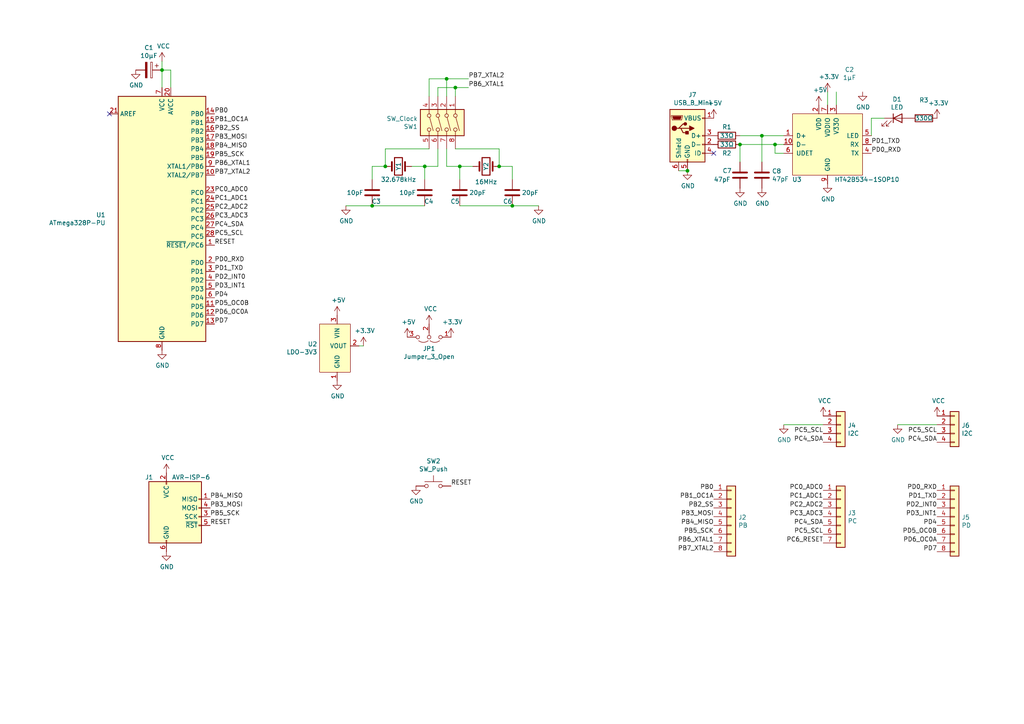
<source format=kicad_sch>
(kicad_sch (version 20230121) (generator eeschema)
  (paper "A4")
  (lib_symbols
    (symbol "Connector:AVR-ISP-6" (pin_names (offset 1.016))
      (property "Reference" "J" (at -6.35 11.43 0))
      (property "Value" "AVR-ISP-6" (at 0 11.43 0))
      (symbol "AVR-ISP-6_0_1"
        (rectangle (start -2.667 -6.858) (end -2.413 -7.62))
        (rectangle (start -2.667 10.16) (end -2.413 9.398))
        (rectangle (start 7.62 -2.413) (end 6.858 -2.667))
        (rectangle (start 7.62 0.127) (end 6.858 -0.127))
        (rectangle (start 7.62 2.667) (end 6.858 2.413))
        (rectangle (start 7.62 5.207) (end 6.858 4.953))
        (rectangle (start 7.62 10.16) (end -7.62 -7.62) (stroke (width 0.254)) (fill (type background)))
      )
      (symbol "AVR-ISP-6_1_1"
        (pin passive line (at 10.16 5.08 180) (length 2.54) (name "MISO") (number "1"))
        (pin passive line (at -2.54 12.7 270) (length 2.54) (name "VCC") (number "2"))
        (pin passive line (at 10.16 0 180) (length 2.54) (name "SCK") (number "3"))
        (pin passive line (at 10.16 2.54 180) (length 2.54) (name "MOSI") (number "4"))
        (pin passive line (at 10.16 -2.54 180) (length 2.54) (name "~{RST}") (number "5"))
        (pin passive line (at -2.54 -10.16 90) (length 2.54) (name "GND") (number "6"))
      )
    )
    (symbol "Connector:USB_B_Mini" (pin_names (offset 1.016))
      (property "Reference" "J" (at -5.08 11.43 0))
      (property "Value" "USB_B_Mini" (at -5.08 8.89 0))
      (symbol "USB_B_Mini_0_1"
        (rectangle (start -5.08 -7.62) (end 5.08 7.62) (stroke (width 0.254)) (fill (type background)))
        (circle (center -3.81 2.159) (radius 0.635) (stroke (width 0.254)) (fill (type outline)))
        (circle (center -0.635 3.429) (radius 0.381) (stroke (width 0.254)) (fill (type outline)))
        (rectangle (start -0.127 -7.62) (end 0.127 -6.858))
        (polyline (pts (xy -1.905 2.159) (xy 0.635 2.159)) (stroke (width 0.254)))
        (polyline (pts (xy -3.175 2.159) (xy -2.54 2.159) (xy -1.27 3.429) (xy -0.635 3.429)) (stroke (width 0.254)))
        (polyline (pts (xy -2.54 2.159) (xy -1.905 2.159) (xy -1.27 0.889) (xy 0 0.889)) (stroke (width 0.254)))
        (polyline (pts (xy 0.635 2.794) (xy 0.635 1.524) (xy 1.905 2.159) (xy 0.635 2.794)) (stroke (width 0.254)) (fill (type outline)))
        (polyline (pts (xy -4.318 5.588) (xy -1.778 5.588) (xy -2.032 4.826) (xy -4.064 4.826) (xy -4.318 5.588)) (fill (type outline)))
        (polyline (pts (xy -4.699 5.842) (xy -4.699 5.588) (xy -4.445 4.826) (xy -4.445 4.572) (xy -1.651 4.572) (xy -1.651 4.826) (xy -1.397 5.588) (xy -1.397 5.842) (xy -4.699 5.842)))
        (rectangle (start 0.254 1.27) (end -0.508 0.508) (stroke (width 0.254)) (fill (type outline)))
        (rectangle (start 5.08 -5.207) (end 4.318 -4.953))
        (rectangle (start 5.08 -2.667) (end 4.318 -2.413))
        (rectangle (start 5.08 -0.127) (end 4.318 0.127))
        (rectangle (start 5.08 4.953) (end 4.318 5.207))
      )
      (symbol "USB_B_Mini_1_1"
        (pin power_out line (at 7.62 5.08 180) (length 2.54) (name "VBUS") (number "1"))
        (pin bidirectional line (at 7.62 -2.54 180) (length 2.54) (name "D-") (number "2"))
        (pin bidirectional line (at 7.62 0 180) (length 2.54) (name "D+") (number "3"))
        (pin passive line (at 7.62 -5.08 180) (length 2.54) (name "ID") (number "4"))
        (pin power_out line (at 0 -10.16 90) (length 2.54) (name "GND") (number "5"))
        (pin passive line (at -2.54 -10.16 90) (length 2.54) (name "Shield") (number "6"))
      )
    )
    (symbol "Connector_Generic:Conn_01x04" (pin_names (offset 1.016) hide)
      (property "Reference" "J" (at 0 5.08 0))
      (property "Value" "Conn_01x04" (at 0 -7.62 0))
      (symbol "Conn_01x04_1_1"
        (rectangle (start -1.27 -4.953) (end 0 -5.207) (stroke (width 0.1524)))
        (rectangle (start -1.27 -2.413) (end 0 -2.667) (stroke (width 0.1524)))
        (rectangle (start -1.27 0.127) (end 0 -0.127) (stroke (width 0.1524)))
        (rectangle (start -1.27 2.667) (end 0 2.413) (stroke (width 0.1524)))
        (rectangle (start -1.27 3.81) (end 1.27 -6.35) (stroke (width 0.254)) (fill (type background)))
        (pin passive line (at -5.08 2.54 0) (length 3.81) (name "Pin_1") (number "1"))
        (pin passive line (at -5.08 0 0) (length 3.81) (name "Pin_2") (number "2"))
        (pin passive line (at -5.08 -2.54 0) (length 3.81) (name "Pin_3") (number "3"))
        (pin passive line (at -5.08 -5.08 0) (length 3.81) (name "Pin_4") (number "4"))
      )
    )
    (symbol "Connector_Generic:Conn_01x07" (pin_names (offset 1.016) hide)
      (property "Reference" "J" (at 0 10.16 0))
      (property "Value" "Conn_01x07" (at 0 -10.16 0))
      (symbol "Conn_01x07_1_1"
        (rectangle (start -1.27 -7.493) (end 0 -7.747) (stroke (width 0.1524)))
        (rectangle (start -1.27 -4.953) (end 0 -5.207) (stroke (width 0.1524)))
        (rectangle (start -1.27 -2.413) (end 0 -2.667) (stroke (width 0.1524)))
        (rectangle (start -1.27 0.127) (end 0 -0.127) (stroke (width 0.1524)))
        (rectangle (start -1.27 2.667) (end 0 2.413) (stroke (width 0.1524)))
        (rectangle (start -1.27 5.207) (end 0 4.953) (stroke (width 0.1524)))
        (rectangle (start -1.27 7.747) (end 0 7.493) (stroke (width 0.1524)))
        (rectangle (start -1.27 8.89) (end 1.27 -8.89) (stroke (width 0.254)) (fill (type background)))
        (pin passive line (at -5.08 7.62 0) (length 3.81) (name "Pin_1") (number "1"))
        (pin passive line (at -5.08 5.08 0) (length 3.81) (name "Pin_2") (number "2"))
        (pin passive line (at -5.08 2.54 0) (length 3.81) (name "Pin_3") (number "3"))
        (pin passive line (at -5.08 0 0) (length 3.81) (name "Pin_4") (number "4"))
        (pin passive line (at -5.08 -2.54 0) (length 3.81) (name "Pin_5") (number "5"))
        (pin passive line (at -5.08 -5.08 0) (length 3.81) (name "Pin_6") (number "6"))
        (pin passive line (at -5.08 -7.62 0) (length 3.81) (name "Pin_7") (number "7"))
      )
    )
    (symbol "Connector_Generic:Conn_01x08" (pin_names (offset 1.016) hide)
      (property "Reference" "J" (at 0 10.16 0))
      (property "Value" "Conn_01x08" (at 0 -12.7 0))
      (symbol "Conn_01x08_1_1"
        (rectangle (start -1.27 -10.033) (end 0 -10.287) (stroke (width 0.1524)))
        (rectangle (start -1.27 -7.493) (end 0 -7.747) (stroke (width 0.1524)))
        (rectangle (start -1.27 -4.953) (end 0 -5.207) (stroke (width 0.1524)))
        (rectangle (start -1.27 -2.413) (end 0 -2.667) (stroke (width 0.1524)))
        (rectangle (start -1.27 0.127) (end 0 -0.127) (stroke (width 0.1524)))
        (rectangle (start -1.27 2.667) (end 0 2.413) (stroke (width 0.1524)))
        (rectangle (start -1.27 5.207) (end 0 4.953) (stroke (width 0.1524)))
        (rectangle (start -1.27 7.747) (end 0 7.493) (stroke (width 0.1524)))
        (rectangle (start -1.27 8.89) (end 1.27 -11.43) (stroke (width 0.254)) (fill (type background)))
        (pin passive line (at -5.08 7.62 0) (length 3.81) (name "Pin_1") (number "1"))
        (pin passive line (at -5.08 5.08 0) (length 3.81) (name "Pin_2") (number "2"))
        (pin passive line (at -5.08 2.54 0) (length 3.81) (name "Pin_3") (number "3"))
        (pin passive line (at -5.08 0 0) (length 3.81) (name "Pin_4") (number "4"))
        (pin passive line (at -5.08 -2.54 0) (length 3.81) (name "Pin_5") (number "5"))
        (pin passive line (at -5.08 -5.08 0) (length 3.81) (name "Pin_6") (number "6"))
        (pin passive line (at -5.08 -7.62 0) (length 3.81) (name "Pin_7") (number "7"))
        (pin passive line (at -5.08 -10.16 0) (length 3.81) (name "Pin_8") (number "8"))
      )
    )
    (symbol "Device:C" (pin_numbers hide) (pin_names (offset 0.254))
      (property "Reference" "C" (at 0.635 2.54 0))
      (property "Value" "C" (at 0.635 -2.54 0))
      (symbol "C_0_1"
        (polyline (pts (xy -2.032 -0.762) (xy 2.032 -0.762)) (stroke (width 0.508)))
        (polyline (pts (xy -2.032 0.762) (xy 2.032 0.762)) (stroke (width 0.508)))
      )
      (symbol "C_1_1"
        (pin passive line (at 0 3.81 270) (length 2.794) (name "~") (number "1"))
        (pin passive line (at 0 -3.81 90) (length 2.794) (name "~") (number "2"))
      )
    )
    (symbol "Device:C_Polarized" (pin_numbers hide) (pin_names (offset 0.254))
      (property "Reference" "C" (at 0.635 2.54 0))
      (property "Value" "C_Polarized" (at 0.635 -2.54 0))
      (symbol "C_Polarized_0_1"
        (rectangle (start -2.286 0.508) (end 2.286 1.016))
        (polyline (pts (xy -1.778 2.286) (xy -0.762 2.286)))
        (polyline (pts (xy -1.27 2.794) (xy -1.27 1.778)))
        (rectangle (start 2.286 -0.508) (end -2.286 -1.016) (fill (type outline)))
      )
      (symbol "C_Polarized_1_1"
        (pin passive line (at 0 3.81 270) (length 2.794) (name "~") (number "1"))
        (pin passive line (at 0 -3.81 90) (length 2.794) (name "~") (number "2"))
      )
    )
    (symbol "Device:Crystal" (pin_numbers hide) (pin_names (offset 1.016) hide)
      (property "Reference" "Y" (at 0 3.81 0))
      (property "Value" "Crystal" (at 0 -3.81 0))
      (symbol "Crystal_0_1"
        (rectangle (start -1.143 2.54) (end 1.143 -2.54) (stroke (width 0.3048)))
        (polyline (pts (xy -2.54 0) (xy -1.905 0)))
        (polyline (pts (xy -1.905 -1.27) (xy -1.905 1.27)) (stroke (width 0.508)))
        (polyline (pts (xy 1.905 -1.27) (xy 1.905 1.27)) (stroke (width 0.508)))
        (polyline (pts (xy 2.54 0) (xy 1.905 0)))
      )
      (symbol "Crystal_1_1"
        (pin passive line (at -3.81 0 0) (length 1.27) (name "1") (number "1"))
        (pin passive line (at 3.81 0 180) (length 1.27) (name "2") (number "2"))
      )
    )
    (symbol "Device:LED" (pin_numbers hide) (pin_names (offset 1.016) hide)
      (property "Reference" "D" (at 0 2.54 0))
      (property "Value" "LED" (at 0 -2.54 0))
      (symbol "LED_0_1"
        (polyline (pts (xy -1.27 -1.27) (xy -1.27 1.27)) (stroke (width 0.254)))
        (polyline (pts (xy -1.27 0) (xy 1.27 0)))
        (polyline (pts (xy 1.27 -1.27) (xy 1.27 1.27) (xy -1.27 0) (xy 1.27 -1.27)) (stroke (width 0.254)))
        (polyline (pts (xy -3.048 -0.762) (xy -4.572 -2.286) (xy -3.81 -2.286) (xy -4.572 -2.286) (xy -4.572 -1.524)))
        (polyline (pts (xy -1.778 -0.762) (xy -3.302 -2.286) (xy -2.54 -2.286) (xy -3.302 -2.286) (xy -3.302 -1.524)))
      )
      (symbol "LED_1_1"
        (pin passive line (at -3.81 0 0) (length 2.54) (name "K") (number "1"))
        (pin passive line (at 3.81 0 180) (length 2.54) (name "A") (number "2"))
      )
    )
    (symbol "Device:R" (pin_numbers hide) (pin_names (offset 0))
      (property "Reference" "R" (at 2.032 0 90))
      (property "Value" "R" (at 0 0 90))
      (symbol "R_0_1"
        (rectangle (start -1.016 -2.54) (end 1.016 2.54) (stroke (width 0.254)))
      )
      (symbol "R_1_1"
        (pin passive line (at 0 3.81 270) (length 1.27) (name "~") (number "1"))
        (pin passive line (at 0 -3.81 90) (length 1.27) (name "~") (number "2"))
      )
    )
    (symbol "Jumper:Jumper_3_Open" (pin_names (offset 0) hide)
      (property "Reference" "JP" (at -2.54 -2.54 0))
      (property "Value" "Jumper_3_Open" (at 0 2.794 0))
      (symbol "Jumper_3_Open_0_0"
        (circle (center -3.302 0) (radius 0.508))
        (circle (center 0 0) (radius 0.508))
        (circle (center 3.302 0) (radius 0.508))
      )
      (symbol "Jumper_3_Open_0_1"
        (arc (start -0.254 1.016) (mid -1.651 1.4992) (end -3.048 1.016))
        (polyline (pts (xy 0 -0.508) (xy 0 -1.27)))
        (arc (start 3.048 1.016) (mid 1.651 1.4992) (end 0.254 1.016))
      )
      (symbol "Jumper_3_Open_1_1"
        (pin passive line (at -6.35 0 0) (length 2.54) (name "A") (number "1"))
        (pin passive line (at 0 -3.81 90) (length 2.54) (name "C") (number "2"))
        (pin passive line (at 6.35 0 180) (length 2.54) (name "B") (number "3"))
      )
    )
    (symbol "MCU_Microchip_ATmega:ATmega328P-P"
      (property "Reference" "U" (at -12.7 36.83 0))
      (property "Value" "ATmega328P-P" (at 2.54 -36.83 0))
      (symbol "ATmega328P-P_0_1"
        (rectangle (start -12.7 -35.56) (end 12.7 35.56) (stroke (width 0.254)) (fill (type background)))
      )
      (symbol "ATmega328P-P_1_1"
        (pin bidirectional line (at 15.24 -7.62 180) (length 2.54) (name "~{RESET}/PC6") (number "1"))
        (pin bidirectional line (at 15.24 12.7 180) (length 2.54) (name "XTAL2/PB7") (number "10"))
        (pin bidirectional line (at 15.24 -25.4 180) (length 2.54) (name "PD5") (number "11"))
        (pin bidirectional line (at 15.24 -27.94 180) (length 2.54) (name "PD6") (number "12"))
        (pin bidirectional line (at 15.24 -30.48 180) (length 2.54) (name "PD7") (number "13"))
        (pin bidirectional line (at 15.24 30.48 180) (length 2.54) (name "PB0") (number "14"))
        (pin bidirectional line (at 15.24 27.94 180) (length 2.54) (name "PB1") (number "15"))
        (pin bidirectional line (at 15.24 25.4 180) (length 2.54) (name "PB2") (number "16"))
        (pin bidirectional line (at 15.24 22.86 180) (length 2.54) (name "PB3") (number "17"))
        (pin bidirectional line (at 15.24 20.32 180) (length 2.54) (name "PB4") (number "18"))
        (pin bidirectional line (at 15.24 17.78 180) (length 2.54) (name "PB5") (number "19"))
        (pin bidirectional line (at 15.24 -12.7 180) (length 2.54) (name "PD0") (number "2"))
        (pin power_in line (at 2.54 38.1 270) (length 2.54) (name "AVCC") (number "20"))
        (pin passive line (at -15.24 30.48 0) (length 2.54) (name "AREF") (number "21"))
        (pin passive line (at 0 -38.1 90) (length 2.54) hide (name "GND") (number "22"))
        (pin bidirectional line (at 15.24 7.62 180) (length 2.54) (name "PC0") (number "23"))
        (pin bidirectional line (at 15.24 5.08 180) (length 2.54) (name "PC1") (number "24"))
        (pin bidirectional line (at 15.24 2.54 180) (length 2.54) (name "PC2") (number "25"))
        (pin bidirectional line (at 15.24 0 180) (length 2.54) (name "PC3") (number "26"))
        (pin bidirectional line (at 15.24 -2.54 180) (length 2.54) (name "PC4") (number "27"))
        (pin bidirectional line (at 15.24 -5.08 180) (length 2.54) (name "PC5") (number "28"))
        (pin bidirectional line (at 15.24 -15.24 180) (length 2.54) (name "PD1") (number "3"))
        (pin bidirectional line (at 15.24 -17.78 180) (length 2.54) (name "PD2") (number "4"))
        (pin bidirectional line (at 15.24 -20.32 180) (length 2.54) (name "PD3") (number "5"))
        (pin bidirectional line (at 15.24 -22.86 180) (length 2.54) (name "PD4") (number "6"))
        (pin power_in line (at 0 38.1 270) (length 2.54) (name "VCC") (number "7"))
        (pin power_in line (at 0 -38.1 90) (length 2.54) (name "GND") (number "8"))
        (pin bidirectional line (at 15.24 15.24 180) (length 2.54) (name "XTAL1/PB6") (number "9"))
      )
    )
    (symbol "Switch:SW_DIP_x04" (pin_names (offset 0) hide)
      (property "Reference" "SW" (at 0 8.89 0))
      (property "Value" "SW_DIP_x04" (at 0 -6.35 0))
      (symbol "SW_DIP_x04_0_0"
        (circle (center -2.032 -2.54) (radius 0.508))
        (circle (center -2.032 0) (radius 0.508))
        (circle (center -2.032 2.54) (radius 0.508))
        (circle (center -2.032 5.08) (radius 0.508))
        (polyline (pts (xy -1.524 -2.3876) (xy 2.3622 -1.3462)))
        (polyline (pts (xy -1.524 0.127) (xy 2.3622 1.1684)))
        (polyline (pts (xy -1.524 2.667) (xy 2.3622 3.7084)))
        (polyline (pts (xy -1.524 5.207) (xy 2.3622 6.2484)))
        (circle (center 2.032 -2.54) (radius 0.508))
        (circle (center 2.032 0) (radius 0.508))
        (circle (center 2.032 2.54) (radius 0.508))
        (circle (center 2.032 5.08) (radius 0.508))
      )
      (symbol "SW_DIP_x04_0_1"
        (rectangle (start -3.81 7.62) (end 3.81 -5.08) (stroke (width 0.254)) (fill (type background)))
      )
      (symbol "SW_DIP_x04_1_1"
        (pin passive line (at -7.62 5.08 0) (length 5.08) (name "~") (number "1"))
        (pin passive line (at -7.62 2.54 0) (length 5.08) (name "~") (number "2"))
        (pin passive line (at -7.62 0 0) (length 5.08) (name "~") (number "3"))
        (pin passive line (at -7.62 -2.54 0) (length 5.08) (name "~") (number "4"))
        (pin passive line (at 7.62 -2.54 180) (length 5.08) (name "~") (number "5"))
        (pin passive line (at 7.62 0 180) (length 5.08) (name "~") (number "6"))
        (pin passive line (at 7.62 2.54 180) (length 5.08) (name "~") (number "7"))
        (pin passive line (at 7.62 5.08 180) (length 5.08) (name "~") (number "8"))
      )
    )
    (symbol "Switch:SW_Push" (pin_numbers hide) (pin_names (offset 1.016) hide)
      (property "Reference" "SW" (at 1.27 2.54 0))
      (property "Value" "SW_Push" (at 0 -1.524 0))
      (symbol "SW_Push_0_1"
        (circle (center -2.032 0) (radius 0.508))
        (polyline (pts (xy 0 1.27) (xy 0 3.048)))
        (polyline (pts (xy 2.54 1.27) (xy -2.54 1.27)))
        (circle (center 2.032 0) (radius 0.508))
        (pin passive line (at -5.08 0 0) (length 2.54) (name "1") (number "1"))
        (pin passive line (at 5.08 0 180) (length 2.54) (name "2") (number "2"))
      )
    )
    (symbol "boards:HT42B534-1SOP10" (pin_names (offset 1.016))
      (property "Reference" "U" (at -8.89 10.16 0))
      (property "Value" "HT42B534-1SOP10" (at 11.43 -10.16 0))
      (symbol "HT42B534-1SOP10_0_1"
        (rectangle (start -10.16 8.89) (end 10.16 -8.89) (fill (type background)))
      )
      (symbol "HT42B534-1SOP10_1_1"
        (pin bidirectional line (at -12.7 2.54 0) (length 2.54) (name "D+") (number "1"))
        (pin bidirectional line (at -12.7 0 0) (length 2.54) (name "D-") (number "10"))
        (pin power_in line (at -2.54 11.43 270) (length 2.54) (name "VDD") (number "2"))
        (pin power_out line (at 2.54 11.43 270) (length 2.54) (name "V33O") (number "3"))
        (pin output line (at 12.7 -2.54 180) (length 2.54) (name "TX") (number "4"))
        (pin open_collector line (at 12.7 2.54 180) (length 2.54) (name "LED") (number "5"))
        (pin input line (at -12.7 -2.54 0) (length 2.54) (name "UDET") (number "6"))
        (pin power_in line (at 0 11.43 270) (length 2.54) (name "VDDIO") (number "7"))
        (pin input line (at 12.7 0 180) (length 2.54) (name "RX") (number "8"))
        (pin power_in line (at 0 -11.43 90) (length 2.54) (name "GND") (number "9"))
      )
    )
    (symbol "boards:LDO-3V3" (pin_names (offset 1.016))
      (property "Reference" "U" (at -12.7 3.81 0))
      (property "Value" "LDO-3V3" (at -3.81 3.81 0))
      (symbol "LDO-3V3_0_1"
        (rectangle (start -13.97 2.54) (end 0 -6.35) (fill (type background)))
      )
      (symbol "LDO-3V3_1_1"
        (pin power_in line (at -16.51 -2.54 0) (length 2.54) (name "GND") (number "1"))
        (pin power_out line (at -6.35 -8.89 90) (length 2.54) (name "VOUT") (number "2"))
        (pin power_in line (at 2.54 -2.54 180) (length 2.54) (name "VIN") (number "3"))
      )
    )
    (symbol "power:+3.3V" (power) (pin_names (offset 0))
      (property "Value" "+3.3V" (at 0 3.556 0))
      (symbol "+3.3V_0_1"
        (polyline (pts (xy -0.762 1.27) (xy 0 2.54)))
        (polyline (pts (xy 0 0) (xy 0 2.54)))
        (polyline (pts (xy 0 2.54) (xy 0.762 1.27)))
      )
      (symbol "+3.3V_1_1"
        (pin power_in line (at 0 0 90) (length 0) hide (name "+3.3V") (number "1"))
      )
    )
    (symbol "power:+5V" (power) (pin_names (offset 0))
      (property "Value" "+5V" (at 0 3.556 0))
      (symbol "+5V_0_1"
        (polyline (pts (xy -0.762 1.27) (xy 0 2.54)))
        (polyline (pts (xy 0 0) (xy 0 2.54)))
        (polyline (pts (xy 0 2.54) (xy 0.762 1.27)))
      )
      (symbol "+5V_1_1"
        (pin power_in line (at 0 0 90) (length 0) hide (name "+5V") (number "1"))
      )
    )
    (symbol "power:GND" (power) (pin_names (offset 0))
      (property "Value" "GND" (at 0 -3.81 0))
      (symbol "GND_0_1"
        (polyline (pts (xy 0 0) (xy 0 -1.27) (xy 1.27 -1.27) (xy 0 -2.54) (xy -1.27 -1.27) (xy 0 -1.27)))
      )
      (symbol "GND_1_1"
        (pin power_in line (at 0 0 270) (length 0) hide (name "GND") (number "1"))
      )
    )
    (symbol "power:VCC" (power) (pin_names (offset 0))
      (property "Value" "VCC" (at 0 3.81 0))
      (symbol "VCC_0_1"
        (polyline (pts (xy -0.762 1.27) (xy 0 2.54)))
        (polyline (pts (xy 0 0) (xy 0 2.54)))
        (polyline (pts (xy 0 2.54) (xy 0.762 1.27)))
      )
      (symbol "VCC_1_1"
        (pin power_in line (at 0 0 90) (length 0) hide (name "VCC") (number "1"))
      )
    )
  )
  (junction (at 144.78 48.26))
  (junction (at 148.59 59.69))
  (junction (at 214.63 41.91))
  (junction (at 224.79 41.91))
  (junction (at 132.08 25.4))
  (junction (at 220.98 39.37))
  (junction (at 111.76 48.26))
  (junction (at 199.39 49.53))
  (junction (at 129.54 22.86))
  (junction (at 123.19 48.26))
  (junction (at 133.35 48.26))
  (junction (at 46.99 20.32))
  (junction (at 107.95 59.69))
  (no_connect (at 207.01 44.45))
  (no_connect (at 31.75 33.02))
  (wire (pts (xy 132.08 27.94) (xy 132.08 25.4)))
  (wire (pts (xy 107.95 48.26) (xy 107.95 52.07)))
  (wire (pts (xy 111.76 48.26) (xy 107.95 48.26)))
  (wire (pts (xy 129.54 43.18) (xy 129.54 48.26)))
  (wire (pts (xy 105.41 100.33) (xy 104.14 100.33)))
  (wire (pts (xy 133.35 52.07) (xy 133.35 48.26)))
  (wire (pts (xy 224.79 41.91) (xy 224.79 44.45)))
  (wire (pts (xy 123.19 59.69) (xy 107.95 59.69)))
  (wire (pts (xy 220.98 39.37) (xy 220.98 46.99)))
  (wire (pts (xy 224.79 44.45) (xy 227.33 44.45)))
  (wire (pts (xy 133.35 48.26) (xy 137.16 48.26)))
  (wire (pts (xy 214.63 41.91) (xy 214.63 46.99)))
  (wire (pts (xy 132.08 43.18) (xy 144.78 43.18)))
  (wire (pts (xy 127 48.26) (xy 123.19 48.26)))
  (wire (pts (xy 240.03 26.67) (xy 240.03 30.48)))
  (wire (pts (xy 227.33 123.19) (xy 238.76 123.19)))
  (wire (pts (xy 107.95 59.69) (xy 100.33 59.69)))
  (wire (pts (xy 123.19 48.26) (xy 119.38 48.26)))
  (wire (pts (xy 129.54 48.26) (xy 133.35 48.26)))
  (wire (pts (xy 242.57 26.67) (xy 242.57 30.48)))
  (wire (pts (xy 252.73 34.29) (xy 252.73 39.37)))
  (wire (pts (xy 148.59 59.69) (xy 133.35 59.69)))
  (wire (pts (xy 132.08 25.4) (xy 127 25.4)))
  (wire (pts (xy 135.89 22.86) (xy 129.54 22.86)))
  (wire (pts (xy 260.35 123.19) (xy 271.78 123.19)))
  (wire (pts (xy 46.99 25.4) (xy 46.99 20.32)))
  (wire (pts (xy 46.99 20.32) (xy 49.53 20.32)))
  (wire (pts (xy 124.46 43.18) (xy 111.76 43.18)))
  (wire (pts (xy 111.76 43.18) (xy 111.76 48.26)))
  (wire (pts (xy 148.59 48.26) (xy 148.59 52.07)))
  (wire (pts (xy 127 25.4) (xy 127 27.94)))
  (wire (pts (xy 199.39 49.53) (xy 196.85 49.53)))
  (wire (pts (xy 220.98 39.37) (xy 227.33 39.37)))
  (wire (pts (xy 144.78 48.26) (xy 148.59 48.26)))
  (wire (pts (xy 49.53 25.4) (xy 49.53 20.32)))
  (wire (pts (xy 46.99 17.78) (xy 46.99 20.32)))
  (wire (pts (xy 224.79 41.91) (xy 214.63 41.91)))
  (wire (pts (xy 227.33 41.91) (xy 224.79 41.91)))
  (wire (pts (xy 123.19 48.26) (xy 123.19 52.07)))
  (wire (pts (xy 144.78 43.18) (xy 144.78 48.26)))
  (wire (pts (xy 124.46 22.86) (xy 124.46 27.94)))
  (wire (pts (xy 129.54 22.86) (xy 124.46 22.86)))
  (wire (pts (xy 135.89 25.4) (xy 132.08 25.4)))
  (wire (pts (xy 129.54 22.86) (xy 129.54 27.94)))
  (wire (pts (xy 214.63 39.37) (xy 220.98 39.37)))
  (wire (pts (xy 127 43.18) (xy 127 48.26)))
  (wire (pts (xy 256.54 34.29) (xy 252.73 34.29)))
  (wire (pts (xy 156.21 59.69) (xy 148.59 59.69)))
  (label "PD5_OC0B" (at 62.23 88.9 0))
  (label "PC3_ADC3" (at 62.23 63.5 0))
  (label "PD0_RXD" (at 62.23 76.2 0))
  (label "PD1_TXD" (at 252.73 41.91 0))
  (label "PB7_XTAL2" (at 135.89 22.86 0))
  (label "PC6_RESET" (at 238.76 157.48 180))
  (label "PC1_ADC1" (at 62.23 58.42 0))
  (label "PB2_SS" (at 62.23 38.1 0))
  (label "PC5_SCL" (at 238.76 125.73 180))
  (label "PB6_XTAL1" (at 135.89 25.4 0))
  (label "PC2_ADC2" (at 238.76 147.32 180))
  (label "PD0_RXD" (at 271.78 142.24 180))
  (label "PB7_XTAL2" (at 207.01 160.02 180))
  (label "PD3_INT1" (at 271.78 149.86 180))
  (label "PC5_SCL" (at 271.78 125.73 180))
  (label "RESET" (at 62.23 71.12 0))
  (label "PB2_SS" (at 207.01 147.32 180))
  (label "PD2_INT0" (at 271.78 147.32 180))
  (label "PB0" (at 62.23 33.02 0))
  (label "PB1_OC1A" (at 207.01 144.78 180))
  (label "PD1_TXD" (at 62.23 78.74 0))
  (label "PD7" (at 271.78 160.02 180))
  (label "PB3_MOSI" (at 62.23 40.64 0))
  (label "PB4_MISO" (at 62.23 43.18 0))
  (label "PB4_MISO" (at 207.01 152.4 180))
  (label "PD0_RXD" (at 252.73 44.45 0))
  (label "PD6_OC0A" (at 62.23 91.44 0))
  (label "PB3_MOSI" (at 60.96 147.32 0))
  (label "PD4" (at 271.78 152.4 180))
  (label "PB7_XTAL2" (at 62.23 50.8 0))
  (label "PC4_SDA" (at 62.23 66.04 0))
  (label "RESET" (at 60.96 152.4 0))
  (label "PB5_SCK" (at 62.23 45.72 0))
  (label "PB1_OC1A" (at 62.23 35.56 0))
  (label "PC4_SDA" (at 271.78 128.27 180))
  (label "PD1_TXD" (at 271.78 144.78 180))
  (label "PC5_SCL" (at 238.76 154.94 180))
  (label "PD6_OC0A" (at 271.78 157.48 180))
  (label "PC2_ADC2" (at 62.23 60.96 0))
  (label "PC0_ADC0" (at 62.23 55.88 0))
  (label "PB6_XTAL1" (at 207.01 157.48 180))
  (label "PD4" (at 62.23 86.36 0))
  (label "PB6_XTAL1" (at 62.23 48.26 0))
  (label "PB4_MISO" (at 60.96 144.78 0))
  (label "RESET" (at 130.81 140.97 0))
  (label "PC1_ADC1" (at 238.76 144.78 180))
  (label "PD7" (at 62.23 93.98 0))
  (label "PC4_SDA" (at 238.76 152.4 180))
  (label "PB5_SCK" (at 60.96 149.86 0))
  (label "PD5_OC0B" (at 271.78 154.94 180))
  (label "PD3_INT1" (at 62.23 83.82 0))
  (label "PC5_SCL" (at 62.23 68.58 0))
  (label "PC3_ADC3" (at 238.76 149.86 180))
  (label "PC4_SDA" (at 238.76 128.27 180))
  (label "PB0" (at 207.01 142.24 180))
  (label "PB5_SCK" (at 207.01 154.94 180))
  (label "PC0_ADC0" (at 238.76 142.24 180))
  (label "PB3_MOSI" (at 207.01 149.86 180))
  (label "PD2_INT0" (at 62.23 81.28 0))
  (symbol (lib_id "MCU_Microchip_ATmega:ATmega328P-P") (at 46.99 63.5 0) (unit 1)
    (property "Reference" "U1" (at 30.6324 62.3316 0) (effects (justify right)))
    (property "Value" "ATmega328P-PU" (at 30.6324 64.643 0) (effects (justify right)))
    (property "Footprint" "Package_DIP:DIP-28_W7.62mm" (effects hide))
    (property "Datasheet" "http://ww1.microchip.com/downloads/en/DeviceDoc/ATmega328_P%20AVR%20MCU%20with%20picoPower%20Technology%20Data%20Sheet%2040001984A.pdf" (effects hide))
  )
  (symbol (lib_id "Device:Crystal") (at 140.97 48.26 180) (unit 1)
    (property "Reference" "Y2" (at 140.97 48.26 90))
    (property "Value" "16MHz" (at 140.97 52.7558 0))
    (property "Footprint" "Crystal:Crystal_HC49-4H_Vertical" (effects hide))
  )
  (symbol (lib_id "Device:Crystal") (at 115.57 48.26 0) (unit 1)
    (property "Reference" "Y1" (at 115.57 48.26 90))
    (property "Value" "32.678kHz" (at 115.57 52.07 0))
    (property "Footprint" "Crystal:Crystal_DS10_D1.0mm_L4.3mm_Horizontal" (effects hide))
  )
  (symbol (lib_id "Switch:SW_DIP_x04") (at 127 35.56 270) (unit 1)
    (property "Reference" "SW1" (at 121.158 36.7284 90) (effects (justify right)))
    (property "Value" "SW_Clock" (at 121.158 34.417 90) (effects (justify right)))
    (property "Footprint" "Button_Switch_THT:SW_DIP_SPSTx04_Slide_9.78x12.34mm_W7.62mm_P2.54mm" (effects hide))
  )
  (symbol (lib_id "Device:C_Polarized") (at 43.18 20.32 270) (unit 1)
    (property "Reference" "C1" (at 43.18 13.843 90))
    (property "Value" "10µF" (at 43.18 16.1544 90))
    (property "Footprint" "boards:electrolytic_capacitor_10uf" (effects hide))
  )
  (symbol (lib_id "power:GND") (at 39.37 20.32 0) (unit 1)
    (property "Reference" "#PWR01" (effects hide))
    (property "Value" "GND" (at 39.497 24.7142 0))
  )
  (symbol (lib_id "Device:C") (at 133.35 55.88 180) (unit 1)
    (property "Reference" "C5" (at 133.35 58.42 0) (effects (justify left)))
    (property "Value" "20pF" (at 140.97 55.88 0) (effects (justify left)))
    (property "Footprint" "Capacitor_THT:C_Disc_D4.3mm_W1.9mm_P5.00mm" (effects hide))
  )
  (symbol (lib_id "Device:C") (at 123.19 55.88 180) (unit 1)
    (property "Reference" "C4" (at 125.73 58.42 0) (effects (justify left)))
    (property "Value" "10pF" (at 120.65 55.88 0) (effects (justify left)))
    (property "Footprint" "Capacitor_THT:C_Disc_D4.3mm_W1.9mm_P5.00mm" (effects hide))
  )
  (symbol (lib_id "Device:C") (at 107.95 55.88 180) (unit 1)
    (property "Reference" "C3" (at 110.49 58.42 0) (effects (justify left)))
    (property "Value" "10pF" (at 105.41 55.88 0) (effects (justify left)))
    (property "Footprint" "Capacitor_THT:C_Disc_D4.3mm_W1.9mm_P5.00mm" (effects hide))
  )
  (symbol (lib_id "Device:C") (at 148.59 55.88 180) (unit 1)
    (property "Reference" "C6" (at 148.59 58.42 0) (effects (justify left)))
    (property "Value" "20pF" (at 156.21 55.88 0) (effects (justify left)))
    (property "Footprint" "Capacitor_THT:C_Disc_D4.3mm_W1.9mm_P5.00mm" (effects hide))
  )
  (symbol (lib_id "power:VCC") (at 46.99 17.78 0) (unit 1)
    (property "Reference" "#PWR02" (effects hide))
    (property "Value" "VCC" (at 47.4218 13.3858 0))
  )
  (symbol (lib_id "power:GND") (at 46.99 101.6 0) (unit 1)
    (property "Reference" "#PWR03" (effects hide))
    (property "Value" "GND" (at 47.117 105.9942 0))
  )
  (symbol (lib_id "boards:LDO-3V3") (at 95.25 93.98 90) (unit 1)
    (property "Reference" "U2" (at 92.0242 99.7966 90) (effects (justify left)))
    (property "Value" "LDO-3V3" (at 92.0242 102.108 90) (effects (justify left)))
    (property "Footprint" "boards:LDO-3V3" (effects hide))
  )
  (symbol (lib_id "power:+5V") (at 97.79 91.44 0) (unit 1)
    (property "Reference" "#PWR07" (effects hide))
    (property "Value" "+5V" (at 98.171 87.0458 0))
  )
  (symbol (lib_id "power:+3.3V") (at 105.41 100.33 0) (unit 1)
    (property "Reference" "#PWR010" (effects hide))
    (property "Value" "+3.3V" (at 105.791 95.9358 0))
  )
  (symbol (lib_id "power:GND") (at 97.79 110.49 0) (unit 1)
    (property "Reference" "#PWR08" (effects hide))
    (property "Value" "GND" (at 97.917 114.8842 0))
  )
  (symbol (lib_id "Jumper:Jumper_3_Open") (at 124.46 97.79 180) (unit 1)
    (property "Reference" "JP1" (at 124.46 101.1174 0))
    (property "Value" "Jumper_3_Open" (at 124.46 103.4288 0))
    (property "Footprint" "Connector_PinHeader_2.54mm:PinHeader_1x03_P2.54mm_Vertical" (effects hide))
  )
  (symbol (lib_id "power:VCC") (at 124.46 93.98 0) (unit 1)
    (property "Reference" "#PWR012" (effects hide))
    (property "Value" "VCC" (at 124.8918 89.5858 0))
  )
  (symbol (lib_id "power:+5V") (at 118.11 97.79 0) (unit 1)
    (property "Reference" "#PWR011" (effects hide))
    (property "Value" "+5V" (at 118.491 93.3958 0))
  )
  (symbol (lib_id "power:+3.3V") (at 130.81 97.79 0) (unit 1)
    (property "Reference" "#PWR013" (effects hide))
    (property "Value" "+3.3V" (at 131.191 93.3958 0))
  )
  (symbol (lib_id "power:GND") (at 156.21 59.69 0) (unit 1)
    (property "Reference" "#PWR015" (effects hide))
    (property "Value" "GND" (at 156.337 64.0842 0))
  )
  (symbol (lib_id "Connector:USB_B_Mini") (at 199.39 39.37 0) (unit 1)
    (property "Reference" "J7" (at 200.8378 27.5082 0))
    (property "Value" "USB_B_Mini" (at 200.8378 29.8196 0))
    (property "Footprint" "boards:USB_Mini-B-Through-Hole" (effects hide))
  )
  (symbol (lib_id "power:GND") (at 100.33 59.69 0) (unit 1)
    (property "Reference" "#PWR09" (effects hide))
    (property "Value" "GND" (at 100.457 64.0842 0))
  )
  (symbol (lib_id "boards:HT42B534-1SOP10") (at 240.03 41.91 0) (unit 1)
    (property "Reference" "U3" (at 231.14 52.07 0))
    (property "Value" "HT42B534-1SOP10" (at 251.46 52.07 0))
    (property "Footprint" "boards:HT42B534-1SOP10" (effects hide))
  )
  (symbol (lib_id "power:GND") (at 240.03 53.34 0) (unit 1)
    (property "Reference" "#PWR025" (effects hide))
    (property "Value" "GND" (at 240.157 57.7342 0))
  )
  (symbol (lib_id "Device:CP") (at 246.38 26.67 90) (unit 1)
    (property "Reference" "C2" (at 246.38 20.193 90))
    (property "Value" "1µF" (at 246.38 22.5044 90))
    (property "Footprint" "boards:electrolytic_capacitor_10uf" (effects hide))
  )
  (symbol (lib_id "power:+5V") (at 207.01 34.29 0) (unit 1)
    (property "Reference" "#PWR020" (effects hide))
    (property "Value" "+5V" (at 207.391 29.8958 0))
  )
  (symbol (lib_id "power:GND") (at 199.39 49.53 0) (unit 1)
    (property "Reference" "#PWR019" (effects hide))
    (property "Value" "GND" (at 199.517 53.9242 0))
  )
  (symbol (lib_id "power:GND") (at 250.19 26.67 0) (unit 1)
    (property "Reference" "#PWR026" (effects hide))
    (property "Value" "GND" (at 250.317 31.0642 0))
  )
  (symbol (lib_id "power:+5V") (at 237.49 30.48 0) (unit 1)
    (property "Reference" "#PWR023" (effects hide))
    (property "Value" "+5V" (at 237.871 26.0858 0))
  )
  (symbol (lib_id "Connector:AVR-ISP-6") (at 50.8 149.86 0) (unit 1)
    (property "Reference" "J1" (at 44.45 138.43 0) (effects (justify right)))
    (property "Value" "AVR-ISP-6" (at 60.96 138.43 0) (effects (justify right)))
    (property "Footprint" "Connector_PinHeader_2.54mm:PinHeader_2x03_P2.54mm_Vertical" (effects hide))
    (property "Datasheet" " ~" (effects hide))
  )
  (symbol (lib_id "power:+3.3V") (at 240.03 26.67 0) (unit 1)
    (property "Reference" "#PWR024" (effects hide))
    (property "Value" "+3.3V" (at 240.411 22.2758 0))
  )
  (symbol (lib_id "Device:R") (at 210.82 39.37 90) (unit 1)
    (property "Reference" "R1" (at 210.82 36.83 90))
    (property "Value" "33Ω" (at 210.82 39.37 90))
    (property "Footprint" "Resistor_THT:R_Axial_DIN0207_L6.3mm_D2.5mm_P2.54mm_Vertical" (effects hide))
  )
  (symbol (lib_id "Device:R") (at 210.82 41.91 90) (unit 1)
    (property "Reference" "R2" (at 210.82 44.45 90))
    (property "Value" "33Ω" (at 210.82 41.91 90))
    (property "Footprint" "Resistor_THT:R_Axial_DIN0207_L6.3mm_D2.5mm_P2.54mm_Vertical" (effects hide))
  )
  (symbol (lib_id "Device:C") (at 220.98 50.8 0) (unit 1)
    (property "Reference" "C8" (at 223.901 49.6316 0) (effects (justify left)))
    (property "Value" "47pF" (at 223.901 51.943 0) (effects (justify left)))
    (property "Footprint" "Capacitor_THT:C_Disc_D4.3mm_W1.9mm_P5.00mm" (effects hide))
  )
  (symbol (lib_id "Device:C") (at 214.63 50.8 0) (unit 1)
    (property "Reference" "C7" (at 209.55 49.53 0) (effects (justify left)))
    (property "Value" "47pF" (at 207.01 52.07 0) (effects (justify left)))
    (property "Footprint" "Capacitor_THT:C_Disc_D4.3mm_W1.9mm_P5.00mm" (effects hide))
  )
  (symbol (lib_id "power:GND") (at 214.63 54.61 0) (unit 1)
    (property "Reference" "#PWR021" (effects hide))
    (property "Value" "GND" (at 214.757 59.0042 0))
  )
  (symbol (lib_id "power:GND") (at 220.98 54.61 0) (unit 1)
    (property "Reference" "#PWR022" (effects hide))
    (property "Value" "GND" (at 221.107 59.0042 0))
  )
  (symbol (lib_id "Device:LED") (at 260.35 34.29 0) (unit 1)
    (property "Reference" "D1" (at 260.1722 28.8036 0))
    (property "Value" "LED" (at 260.1722 31.115 0))
    (property "Footprint" "LED_THT:LED_D3.0mm" (effects hide))
  )
  (symbol (lib_id "Device:R") (at 267.97 34.29 270) (unit 1)
    (property "Reference" "R3" (at 267.97 29.0322 90))
    (property "Value" "330Ω" (at 267.97 34.29 90))
    (property "Footprint" "Resistor_THT:R_Axial_DIN0207_L6.3mm_D2.5mm_P2.54mm_Vertical" (effects hide))
  )
  (symbol (lib_id "power:+3.3V") (at 271.78 34.29 0) (unit 1)
    (property "Reference" "#PWR027" (effects hide))
    (property "Value" "+3.3V" (at 272.161 29.8958 0))
  )
  (symbol (lib_id "power:VCC") (at 48.26 137.16 0) (unit 1)
    (property "Reference" "#PWR04" (effects hide))
    (property "Value" "VCC" (at 48.6918 132.7658 0))
  )
  (symbol (lib_id "power:GND") (at 48.26 160.02 0) (unit 1)
    (property "Reference" "#PWR05" (effects hide))
    (property "Value" "GND" (at 48.387 164.4142 0))
  )
  (symbol (lib_id "Connector_Generic:Conn_01x04") (at 243.84 123.19 0) (unit 1)
    (property "Reference" "J4" (at 245.872 123.3932 0) (effects (justify left)))
    (property "Value" "I2C" (at 245.872 125.7046 0) (effects (justify left)))
    (property "Footprint" "Connector_PinHeader_2.54mm:PinHeader_1x04_P2.54mm_Vertical" (effects hide))
  )
  (symbol (lib_id "power:VCC") (at 238.76 120.65 0) (unit 1)
    (property "Reference" "#PWR016" (effects hide))
    (property "Value" "VCC" (at 239.1918 116.2558 0))
  )
  (symbol (lib_id "power:GND") (at 227.33 123.19 0) (unit 1)
    (property "Reference" "#PWR014" (effects hide))
    (property "Value" "GND" (at 227.457 127.5842 0))
  )
  (symbol (lib_id "Connector_Generic:Conn_01x04") (at 276.86 123.19 0) (unit 1)
    (property "Reference" "J6" (at 278.892 123.3932 0) (effects (justify left)))
    (property "Value" "I2C" (at 278.892 125.7046 0) (effects (justify left)))
    (property "Footprint" "Connector_PinHeader_2.54mm:PinHeader_1x04_P2.54mm_Vertical" (effects hide))
  )
  (symbol (lib_id "power:VCC") (at 271.78 120.65 0) (unit 1)
    (property "Reference" "#PWR018" (effects hide))
    (property "Value" "VCC" (at 272.2118 116.2558 0))
  )
  (symbol (lib_id "power:GND") (at 260.35 123.19 0) (unit 1)
    (property "Reference" "#PWR017" (effects hide))
    (property "Value" "GND" (at 260.477 127.5842 0))
  )
  (symbol (lib_id "Connector_Generic:Conn_01x08") (at 212.09 149.86 0) (unit 1)
    (property "Reference" "J2" (at 214.122 150.0632 0) (effects (justify left)))
    (property "Value" "PB" (at 214.122 152.3746 0) (effects (justify left)))
    (property "Footprint" "Connector_PinHeader_2.54mm:PinHeader_1x08_P2.54mm_Vertical" (effects hide))
  )
  (symbol (lib_id "Connector_Generic:Conn_01x08") (at 276.86 149.86 0) (unit 1)
    (property "Reference" "J5" (at 278.892 150.0632 0) (effects (justify left)))
    (property "Value" "PD" (at 278.892 152.3746 0) (effects (justify left)))
    (property "Footprint" "Connector_PinHeader_2.54mm:PinHeader_1x08_P2.54mm_Vertical" (effects hide))
  )
  (symbol (lib_id "Connector_Generic:Conn_01x07") (at 243.84 149.86 0) (unit 1)
    (property "Reference" "J3" (at 245.872 148.7932 0) (effects (justify left)))
    (property "Value" "PC" (at 245.872 151.1046 0) (effects (justify left)))
    (property "Footprint" "Connector_PinHeader_2.54mm:PinHeader_1x07_P2.54mm_Vertical" (effects hide))
  )
  (symbol (lib_id "Switch:SW_Push") (at 125.73 140.97 0) (unit 1)
    (property "Reference" "SW2" (at 125.73 133.731 0))
    (property "Value" "SW_Push" (at 125.73 136.0424 0))
    (property "Footprint" "Button_Switch_THT:SW_PUSH_6mm" (effects hide))
  )
  (symbol (lib_id "power:GND") (at 120.65 140.97 0) (unit 1)
    (property "Reference" "#PWR0101" (effects hide))
    (property "Value" "GND" (at 120.777 145.3642 0))
  )
)
</source>
